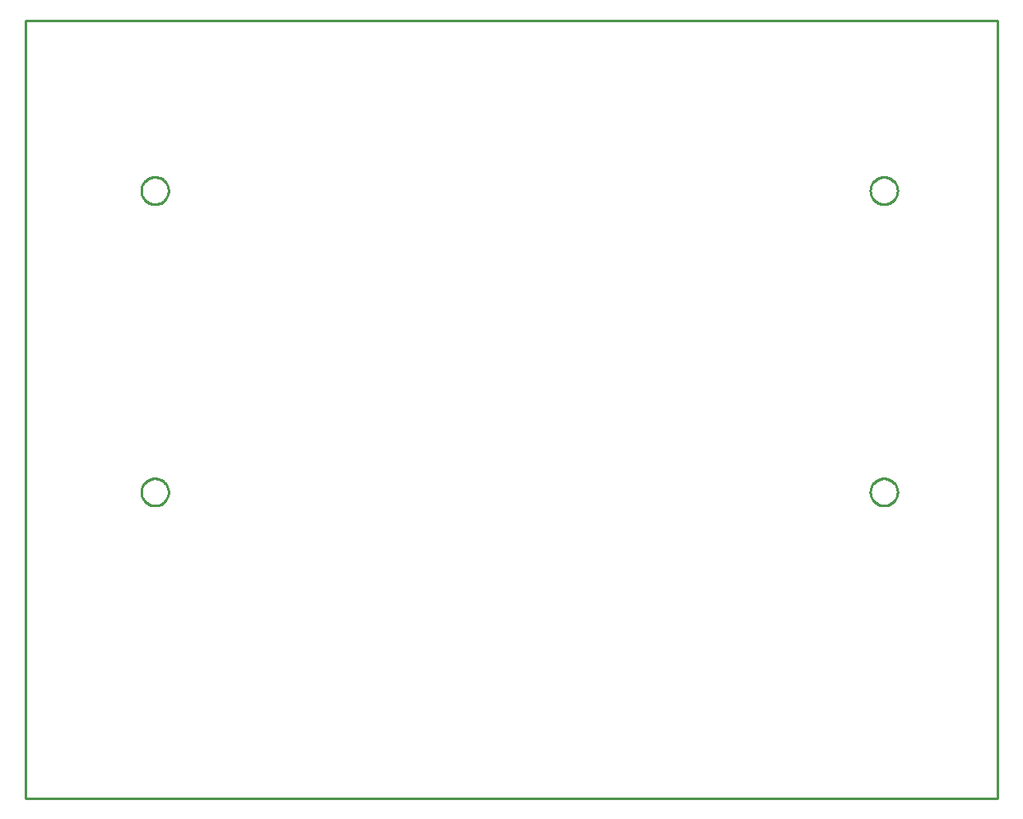
<source format=gbr>
G04 EAGLE Gerber RS-274X export*
G75*
%MOMM*%
%FSLAX34Y34*%
%LPD*%
%IN*%
%IPPOS*%
%AMOC8*
5,1,8,0,0,1.08239X$1,22.5*%
G01*
%ADD10C,0.254000*%


D10*
X0Y0D02*
X1000000Y0D01*
X1000000Y800000D01*
X0Y800000D01*
X0Y0D01*
X147000Y624400D02*
X146929Y623403D01*
X146786Y622413D01*
X146574Y621436D01*
X146292Y620476D01*
X145943Y619539D01*
X145527Y618629D01*
X145048Y617752D01*
X144507Y616910D01*
X143908Y616110D01*
X143253Y615354D01*
X142546Y614647D01*
X141790Y613992D01*
X140990Y613393D01*
X140148Y612852D01*
X139271Y612373D01*
X138361Y611957D01*
X137424Y611608D01*
X136465Y611326D01*
X135487Y611114D01*
X134498Y610971D01*
X133500Y610900D01*
X132500Y610900D01*
X131503Y610971D01*
X130513Y611114D01*
X129536Y611326D01*
X128576Y611608D01*
X127639Y611957D01*
X126729Y612373D01*
X125852Y612852D01*
X125010Y613393D01*
X124210Y613992D01*
X123454Y614647D01*
X122747Y615354D01*
X122092Y616110D01*
X121493Y616910D01*
X120952Y617752D01*
X120473Y618629D01*
X120057Y619539D01*
X119708Y620476D01*
X119426Y621436D01*
X119214Y622413D01*
X119071Y623403D01*
X119000Y624400D01*
X119000Y625400D01*
X119071Y626398D01*
X119214Y627387D01*
X119426Y628365D01*
X119708Y629324D01*
X120057Y630261D01*
X120473Y631171D01*
X120952Y632048D01*
X121493Y632890D01*
X122092Y633690D01*
X122747Y634446D01*
X123454Y635153D01*
X124210Y635808D01*
X125010Y636407D01*
X125852Y636948D01*
X126729Y637427D01*
X127639Y637843D01*
X128576Y638192D01*
X129536Y638474D01*
X130513Y638686D01*
X131503Y638829D01*
X132500Y638900D01*
X133500Y638900D01*
X134498Y638829D01*
X135487Y638686D01*
X136465Y638474D01*
X137424Y638192D01*
X138361Y637843D01*
X139271Y637427D01*
X140148Y636948D01*
X140990Y636407D01*
X141790Y635808D01*
X142546Y635153D01*
X143253Y634446D01*
X143908Y633690D01*
X144507Y632890D01*
X145048Y632048D01*
X145527Y631171D01*
X145943Y630261D01*
X146292Y629324D01*
X146574Y628365D01*
X146786Y627387D01*
X146929Y626398D01*
X147000Y625400D01*
X147000Y624400D01*
X147000Y314400D02*
X146929Y313403D01*
X146786Y312413D01*
X146574Y311436D01*
X146292Y310476D01*
X145943Y309539D01*
X145527Y308629D01*
X145048Y307752D01*
X144507Y306910D01*
X143908Y306110D01*
X143253Y305354D01*
X142546Y304647D01*
X141790Y303992D01*
X140990Y303393D01*
X140148Y302852D01*
X139271Y302373D01*
X138361Y301957D01*
X137424Y301608D01*
X136465Y301326D01*
X135487Y301114D01*
X134498Y300971D01*
X133500Y300900D01*
X132500Y300900D01*
X131503Y300971D01*
X130513Y301114D01*
X129536Y301326D01*
X128576Y301608D01*
X127639Y301957D01*
X126729Y302373D01*
X125852Y302852D01*
X125010Y303393D01*
X124210Y303992D01*
X123454Y304647D01*
X122747Y305354D01*
X122092Y306110D01*
X121493Y306910D01*
X120952Y307752D01*
X120473Y308629D01*
X120057Y309539D01*
X119708Y310476D01*
X119426Y311436D01*
X119214Y312413D01*
X119071Y313403D01*
X119000Y314400D01*
X119000Y315400D01*
X119071Y316398D01*
X119214Y317387D01*
X119426Y318365D01*
X119708Y319324D01*
X120057Y320261D01*
X120473Y321171D01*
X120952Y322048D01*
X121493Y322890D01*
X122092Y323690D01*
X122747Y324446D01*
X123454Y325153D01*
X124210Y325808D01*
X125010Y326407D01*
X125852Y326948D01*
X126729Y327427D01*
X127639Y327843D01*
X128576Y328192D01*
X129536Y328474D01*
X130513Y328686D01*
X131503Y328829D01*
X132500Y328900D01*
X133500Y328900D01*
X134498Y328829D01*
X135487Y328686D01*
X136465Y328474D01*
X137424Y328192D01*
X138361Y327843D01*
X139271Y327427D01*
X140148Y326948D01*
X140990Y326407D01*
X141790Y325808D01*
X142546Y325153D01*
X143253Y324446D01*
X143908Y323690D01*
X144507Y322890D01*
X145048Y322048D01*
X145527Y321171D01*
X145943Y320261D01*
X146292Y319324D01*
X146574Y318365D01*
X146786Y317387D01*
X146929Y316398D01*
X147000Y315400D01*
X147000Y314400D01*
X897000Y624400D02*
X896929Y623403D01*
X896786Y622413D01*
X896574Y621436D01*
X896292Y620476D01*
X895943Y619539D01*
X895527Y618629D01*
X895048Y617752D01*
X894507Y616910D01*
X893908Y616110D01*
X893253Y615354D01*
X892546Y614647D01*
X891790Y613992D01*
X890990Y613393D01*
X890148Y612852D01*
X889271Y612373D01*
X888361Y611957D01*
X887424Y611608D01*
X886465Y611326D01*
X885487Y611114D01*
X884498Y610971D01*
X883500Y610900D01*
X882500Y610900D01*
X881503Y610971D01*
X880513Y611114D01*
X879536Y611326D01*
X878576Y611608D01*
X877639Y611957D01*
X876729Y612373D01*
X875852Y612852D01*
X875010Y613393D01*
X874210Y613992D01*
X873454Y614647D01*
X872747Y615354D01*
X872092Y616110D01*
X871493Y616910D01*
X870952Y617752D01*
X870473Y618629D01*
X870057Y619539D01*
X869708Y620476D01*
X869426Y621436D01*
X869214Y622413D01*
X869071Y623403D01*
X869000Y624400D01*
X869000Y625400D01*
X869071Y626398D01*
X869214Y627387D01*
X869426Y628365D01*
X869708Y629324D01*
X870057Y630261D01*
X870473Y631171D01*
X870952Y632048D01*
X871493Y632890D01*
X872092Y633690D01*
X872747Y634446D01*
X873454Y635153D01*
X874210Y635808D01*
X875010Y636407D01*
X875852Y636948D01*
X876729Y637427D01*
X877639Y637843D01*
X878576Y638192D01*
X879536Y638474D01*
X880513Y638686D01*
X881503Y638829D01*
X882500Y638900D01*
X883500Y638900D01*
X884498Y638829D01*
X885487Y638686D01*
X886465Y638474D01*
X887424Y638192D01*
X888361Y637843D01*
X889271Y637427D01*
X890148Y636948D01*
X890990Y636407D01*
X891790Y635808D01*
X892546Y635153D01*
X893253Y634446D01*
X893908Y633690D01*
X894507Y632890D01*
X895048Y632048D01*
X895527Y631171D01*
X895943Y630261D01*
X896292Y629324D01*
X896574Y628365D01*
X896786Y627387D01*
X896929Y626398D01*
X897000Y625400D01*
X897000Y624400D01*
X897000Y314400D02*
X896929Y313403D01*
X896786Y312413D01*
X896574Y311436D01*
X896292Y310476D01*
X895943Y309539D01*
X895527Y308629D01*
X895048Y307752D01*
X894507Y306910D01*
X893908Y306110D01*
X893253Y305354D01*
X892546Y304647D01*
X891790Y303992D01*
X890990Y303393D01*
X890148Y302852D01*
X889271Y302373D01*
X888361Y301957D01*
X887424Y301608D01*
X886465Y301326D01*
X885487Y301114D01*
X884498Y300971D01*
X883500Y300900D01*
X882500Y300900D01*
X881503Y300971D01*
X880513Y301114D01*
X879536Y301326D01*
X878576Y301608D01*
X877639Y301957D01*
X876729Y302373D01*
X875852Y302852D01*
X875010Y303393D01*
X874210Y303992D01*
X873454Y304647D01*
X872747Y305354D01*
X872092Y306110D01*
X871493Y306910D01*
X870952Y307752D01*
X870473Y308629D01*
X870057Y309539D01*
X869708Y310476D01*
X869426Y311436D01*
X869214Y312413D01*
X869071Y313403D01*
X869000Y314400D01*
X869000Y315400D01*
X869071Y316398D01*
X869214Y317387D01*
X869426Y318365D01*
X869708Y319324D01*
X870057Y320261D01*
X870473Y321171D01*
X870952Y322048D01*
X871493Y322890D01*
X872092Y323690D01*
X872747Y324446D01*
X873454Y325153D01*
X874210Y325808D01*
X875010Y326407D01*
X875852Y326948D01*
X876729Y327427D01*
X877639Y327843D01*
X878576Y328192D01*
X879536Y328474D01*
X880513Y328686D01*
X881503Y328829D01*
X882500Y328900D01*
X883500Y328900D01*
X884498Y328829D01*
X885487Y328686D01*
X886465Y328474D01*
X887424Y328192D01*
X888361Y327843D01*
X889271Y327427D01*
X890148Y326948D01*
X890990Y326407D01*
X891790Y325808D01*
X892546Y325153D01*
X893253Y324446D01*
X893908Y323690D01*
X894507Y322890D01*
X895048Y322048D01*
X895527Y321171D01*
X895943Y320261D01*
X896292Y319324D01*
X896574Y318365D01*
X896786Y317387D01*
X896929Y316398D01*
X897000Y315400D01*
X897000Y314400D01*
M02*

</source>
